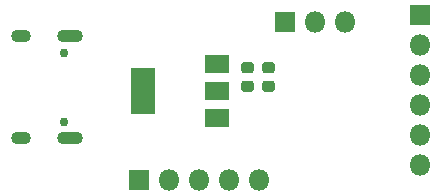
<source format=gbr>
%TF.GenerationSoftware,KiCad,Pcbnew,(5.1.6)-1*%
%TF.CreationDate,2020-06-26T00:22:11+04:00*%
%TF.ProjectId,ch340c-progarmmer,63683334-3063-42d7-9072-6f6761726d6d,rev?*%
%TF.SameCoordinates,Original*%
%TF.FileFunction,Soldermask,Bot*%
%TF.FilePolarity,Negative*%
%FSLAX46Y46*%
G04 Gerber Fmt 4.6, Leading zero omitted, Abs format (unit mm)*
G04 Created by KiCad (PCBNEW (5.1.6)-1) date 2020-06-26 00:22:11*
%MOMM*%
%LPD*%
G01*
G04 APERTURE LIST*
%ADD10O,1.800000X1.800000*%
%ADD11R,1.800000X1.800000*%
%ADD12O,2.200000X1.100000*%
%ADD13C,0.750000*%
%ADD14O,1.700000X1.100000*%
%ADD15R,2.100000X1.600000*%
%ADD16R,2.100000X3.900000*%
G04 APERTURE END LIST*
D10*
%TO.C,J4*%
X191643000Y-54864000D03*
X189103000Y-54864000D03*
X186563000Y-54864000D03*
X184023000Y-54864000D03*
D11*
X181483000Y-54864000D03*
%TD*%
D10*
%TO.C,J2*%
X198882000Y-41529000D03*
X196342000Y-41529000D03*
D11*
X193802000Y-41529000D03*
%TD*%
D10*
%TO.C,J3*%
X205232000Y-53657500D03*
X205232000Y-51117500D03*
X205232000Y-48577500D03*
X205232000Y-46037500D03*
X205232000Y-43497500D03*
D11*
X205232000Y-40957500D03*
%TD*%
D12*
%TO.C,J1*%
X175596000Y-51373500D03*
X175596000Y-42733500D03*
D13*
X175066000Y-44163500D03*
D14*
X171416000Y-42733500D03*
D13*
X175066000Y-49943500D03*
D14*
X171416000Y-51373500D03*
%TD*%
D15*
%TO.C,U2*%
X188062000Y-45071000D03*
X188062000Y-49671000D03*
X188062000Y-47371000D03*
D16*
X181762000Y-47371000D03*
%TD*%
%TO.C,C3*%
G36*
G01*
X190908250Y-47439500D02*
X190345750Y-47439500D01*
G75*
G02*
X190102000Y-47195750I0J243750D01*
G01*
X190102000Y-46708250D01*
G75*
G02*
X190345750Y-46464500I243750J0D01*
G01*
X190908250Y-46464500D01*
G75*
G02*
X191152000Y-46708250I0J-243750D01*
G01*
X191152000Y-47195750D01*
G75*
G02*
X190908250Y-47439500I-243750J0D01*
G01*
G37*
G36*
G01*
X190908250Y-45864500D02*
X190345750Y-45864500D01*
G75*
G02*
X190102000Y-45620750I0J243750D01*
G01*
X190102000Y-45133250D01*
G75*
G02*
X190345750Y-44889500I243750J0D01*
G01*
X190908250Y-44889500D01*
G75*
G02*
X191152000Y-45133250I0J-243750D01*
G01*
X191152000Y-45620750D01*
G75*
G02*
X190908250Y-45864500I-243750J0D01*
G01*
G37*
%TD*%
%TO.C,C4*%
G36*
G01*
X192686250Y-45864500D02*
X192123750Y-45864500D01*
G75*
G02*
X191880000Y-45620750I0J243750D01*
G01*
X191880000Y-45133250D01*
G75*
G02*
X192123750Y-44889500I243750J0D01*
G01*
X192686250Y-44889500D01*
G75*
G02*
X192930000Y-45133250I0J-243750D01*
G01*
X192930000Y-45620750D01*
G75*
G02*
X192686250Y-45864500I-243750J0D01*
G01*
G37*
G36*
G01*
X192686250Y-47439500D02*
X192123750Y-47439500D01*
G75*
G02*
X191880000Y-47195750I0J243750D01*
G01*
X191880000Y-46708250D01*
G75*
G02*
X192123750Y-46464500I243750J0D01*
G01*
X192686250Y-46464500D01*
G75*
G02*
X192930000Y-46708250I0J-243750D01*
G01*
X192930000Y-47195750D01*
G75*
G02*
X192686250Y-47439500I-243750J0D01*
G01*
G37*
%TD*%
M02*

</source>
